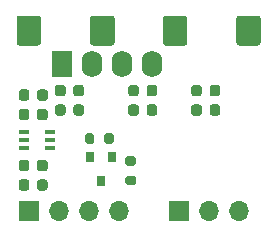
<source format=gbr>
%TF.GenerationSoftware,KiCad,Pcbnew,(5.1.10)-1*%
%TF.CreationDate,2022-01-17T16:40:02+07:00*%
%TF.ProjectId,DC5V_DC5V3V3,44433556-5f44-4433-9556-3356332e6b69,rev?*%
%TF.SameCoordinates,Original*%
%TF.FileFunction,Soldermask,Bot*%
%TF.FilePolarity,Negative*%
%FSLAX46Y46*%
G04 Gerber Fmt 4.6, Leading zero omitted, Abs format (unit mm)*
G04 Created by KiCad (PCBNEW (5.1.10)-1) date 2022-01-17 16:40:02*
%MOMM*%
%LPD*%
G01*
G04 APERTURE LIST*
%ADD10R,0.950000X0.450000*%
%ADD11O,1.700000X1.700000*%
%ADD12R,1.700000X1.700000*%
%ADD13R,0.800000X0.900000*%
%ADD14R,1.750000X2.250000*%
%ADD15O,1.750000X2.250000*%
G04 APERTURE END LIST*
D10*
%TO.C,D1*%
X92421000Y-93284000D03*
X92421000Y-92634000D03*
X92421000Y-91984000D03*
X90221000Y-91984000D03*
X90221000Y-92634000D03*
X90221000Y-93284000D03*
%TD*%
%TO.C,C12*%
G36*
G01*
X108171000Y-84388000D02*
X108171000Y-82338000D01*
G75*
G02*
X108421000Y-82088000I250000J0D01*
G01*
X109996000Y-82088000D01*
G75*
G02*
X110246000Y-82338000I0J-250000D01*
G01*
X110246000Y-84388000D01*
G75*
G02*
X109996000Y-84638000I-250000J0D01*
G01*
X108421000Y-84638000D01*
G75*
G02*
X108171000Y-84388000I0J250000D01*
G01*
G37*
G36*
G01*
X101946000Y-84388000D02*
X101946000Y-82338000D01*
G75*
G02*
X102196000Y-82088000I250000J0D01*
G01*
X103771000Y-82088000D01*
G75*
G02*
X104021000Y-82338000I0J-250000D01*
G01*
X104021000Y-84388000D01*
G75*
G02*
X103771000Y-84638000I-250000J0D01*
G01*
X102196000Y-84638000D01*
G75*
G02*
X101946000Y-84388000I0J250000D01*
G01*
G37*
%TD*%
D11*
%TO.C,J2*%
X108382000Y-98603000D03*
X105842000Y-98603000D03*
D12*
X103302000Y-98603000D03*
%TD*%
D11*
%TO.C,J1*%
X98222000Y-98603000D03*
X95682000Y-98603000D03*
X93142000Y-98603000D03*
D12*
X90602000Y-98603000D03*
%TD*%
%TO.C,C11*%
G36*
G01*
X95787500Y-84388000D02*
X95787500Y-82338000D01*
G75*
G02*
X96037500Y-82088000I250000J0D01*
G01*
X97612500Y-82088000D01*
G75*
G02*
X97862500Y-82338000I0J-250000D01*
G01*
X97862500Y-84388000D01*
G75*
G02*
X97612500Y-84638000I-250000J0D01*
G01*
X96037500Y-84638000D01*
G75*
G02*
X95787500Y-84388000I0J250000D01*
G01*
G37*
G36*
G01*
X89562500Y-84388000D02*
X89562500Y-82338000D01*
G75*
G02*
X89812500Y-82088000I250000J0D01*
G01*
X91387500Y-82088000D01*
G75*
G02*
X91637500Y-82338000I0J-250000D01*
G01*
X91637500Y-84388000D01*
G75*
G02*
X91387500Y-84638000I-250000J0D01*
G01*
X89812500Y-84638000D01*
G75*
G02*
X89562500Y-84388000I0J250000D01*
G01*
G37*
%TD*%
%TO.C,C13*%
G36*
G01*
X105250000Y-88193000D02*
X105250000Y-88693000D01*
G75*
G02*
X105025000Y-88918000I-225000J0D01*
G01*
X104575000Y-88918000D01*
G75*
G02*
X104350000Y-88693000I0J225000D01*
G01*
X104350000Y-88193000D01*
G75*
G02*
X104575000Y-87968000I225000J0D01*
G01*
X105025000Y-87968000D01*
G75*
G02*
X105250000Y-88193000I0J-225000D01*
G01*
G37*
G36*
G01*
X106800000Y-88193000D02*
X106800000Y-88693000D01*
G75*
G02*
X106575000Y-88918000I-225000J0D01*
G01*
X106125000Y-88918000D01*
G75*
G02*
X105900000Y-88693000I0J225000D01*
G01*
X105900000Y-88193000D01*
G75*
G02*
X106125000Y-87968000I225000J0D01*
G01*
X106575000Y-87968000D01*
G75*
G02*
X106800000Y-88193000I0J-225000D01*
G01*
G37*
%TD*%
%TO.C,C14*%
G36*
G01*
X105250000Y-89844000D02*
X105250000Y-90344000D01*
G75*
G02*
X105025000Y-90569000I-225000J0D01*
G01*
X104575000Y-90569000D01*
G75*
G02*
X104350000Y-90344000I0J225000D01*
G01*
X104350000Y-89844000D01*
G75*
G02*
X104575000Y-89619000I225000J0D01*
G01*
X105025000Y-89619000D01*
G75*
G02*
X105250000Y-89844000I0J-225000D01*
G01*
G37*
G36*
G01*
X106800000Y-89844000D02*
X106800000Y-90344000D01*
G75*
G02*
X106575000Y-90569000I-225000J0D01*
G01*
X106125000Y-90569000D01*
G75*
G02*
X105900000Y-90344000I0J225000D01*
G01*
X105900000Y-89844000D01*
G75*
G02*
X106125000Y-89619000I225000J0D01*
G01*
X106575000Y-89619000D01*
G75*
G02*
X106800000Y-89844000I0J-225000D01*
G01*
G37*
%TD*%
%TO.C,R2*%
G36*
G01*
X99513000Y-94813000D02*
X98963000Y-94813000D01*
G75*
G02*
X98763000Y-94613000I0J200000D01*
G01*
X98763000Y-94213000D01*
G75*
G02*
X98963000Y-94013000I200000J0D01*
G01*
X99513000Y-94013000D01*
G75*
G02*
X99713000Y-94213000I0J-200000D01*
G01*
X99713000Y-94613000D01*
G75*
G02*
X99513000Y-94813000I-200000J0D01*
G01*
G37*
G36*
G01*
X99513000Y-96463000D02*
X98963000Y-96463000D01*
G75*
G02*
X98763000Y-96263000I0J200000D01*
G01*
X98763000Y-95863000D01*
G75*
G02*
X98963000Y-95663000I200000J0D01*
G01*
X99513000Y-95663000D01*
G75*
G02*
X99713000Y-95863000I0J-200000D01*
G01*
X99713000Y-96263000D01*
G75*
G02*
X99513000Y-96463000I-200000J0D01*
G01*
G37*
%TD*%
%TO.C,R1*%
G36*
G01*
X96995500Y-92782000D02*
X96995500Y-92232000D01*
G75*
G02*
X97195500Y-92032000I200000J0D01*
G01*
X97595500Y-92032000D01*
G75*
G02*
X97795500Y-92232000I0J-200000D01*
G01*
X97795500Y-92782000D01*
G75*
G02*
X97595500Y-92982000I-200000J0D01*
G01*
X97195500Y-92982000D01*
G75*
G02*
X96995500Y-92782000I0J200000D01*
G01*
G37*
G36*
G01*
X95345500Y-92782000D02*
X95345500Y-92232000D01*
G75*
G02*
X95545500Y-92032000I200000J0D01*
G01*
X95945500Y-92032000D01*
G75*
G02*
X96145500Y-92232000I0J-200000D01*
G01*
X96145500Y-92782000D01*
G75*
G02*
X95945500Y-92982000I-200000J0D01*
G01*
X95545500Y-92982000D01*
G75*
G02*
X95345500Y-92782000I0J200000D01*
G01*
G37*
%TD*%
D13*
%TO.C,Q1*%
X96698000Y-96063000D03*
X97648000Y-94063000D03*
X95748000Y-94063000D03*
%TD*%
D14*
%TO.C,PS1*%
X93396000Y-86157000D03*
D15*
X95936000Y-86157000D03*
X98476000Y-86157000D03*
X101016000Y-86157000D03*
%TD*%
%TO.C,C10*%
G36*
G01*
X100566000Y-90344000D02*
X100566000Y-89844000D01*
G75*
G02*
X100791000Y-89619000I225000J0D01*
G01*
X101241000Y-89619000D01*
G75*
G02*
X101466000Y-89844000I0J-225000D01*
G01*
X101466000Y-90344000D01*
G75*
G02*
X101241000Y-90569000I-225000J0D01*
G01*
X100791000Y-90569000D01*
G75*
G02*
X100566000Y-90344000I0J225000D01*
G01*
G37*
G36*
G01*
X99016000Y-90344000D02*
X99016000Y-89844000D01*
G75*
G02*
X99241000Y-89619000I225000J0D01*
G01*
X99691000Y-89619000D01*
G75*
G02*
X99916000Y-89844000I0J-225000D01*
G01*
X99916000Y-90344000D01*
G75*
G02*
X99691000Y-90569000I-225000J0D01*
G01*
X99241000Y-90569000D01*
G75*
G02*
X99016000Y-90344000I0J225000D01*
G01*
G37*
%TD*%
%TO.C,C9*%
G36*
G01*
X100566000Y-88693000D02*
X100566000Y-88193000D01*
G75*
G02*
X100791000Y-87968000I225000J0D01*
G01*
X101241000Y-87968000D01*
G75*
G02*
X101466000Y-88193000I0J-225000D01*
G01*
X101466000Y-88693000D01*
G75*
G02*
X101241000Y-88918000I-225000J0D01*
G01*
X100791000Y-88918000D01*
G75*
G02*
X100566000Y-88693000I0J225000D01*
G01*
G37*
G36*
G01*
X99016000Y-88693000D02*
X99016000Y-88193000D01*
G75*
G02*
X99241000Y-87968000I225000J0D01*
G01*
X99691000Y-87968000D01*
G75*
G02*
X99916000Y-88193000I0J-225000D01*
G01*
X99916000Y-88693000D01*
G75*
G02*
X99691000Y-88918000I-225000J0D01*
G01*
X99241000Y-88918000D01*
G75*
G02*
X99016000Y-88693000I0J225000D01*
G01*
G37*
%TD*%
%TO.C,C6*%
G36*
G01*
X90658000Y-88574000D02*
X90658000Y-89074000D01*
G75*
G02*
X90433000Y-89299000I-225000J0D01*
G01*
X89983000Y-89299000D01*
G75*
G02*
X89758000Y-89074000I0J225000D01*
G01*
X89758000Y-88574000D01*
G75*
G02*
X89983000Y-88349000I225000J0D01*
G01*
X90433000Y-88349000D01*
G75*
G02*
X90658000Y-88574000I0J-225000D01*
G01*
G37*
G36*
G01*
X92208000Y-88574000D02*
X92208000Y-89074000D01*
G75*
G02*
X91983000Y-89299000I-225000J0D01*
G01*
X91533000Y-89299000D01*
G75*
G02*
X91308000Y-89074000I0J225000D01*
G01*
X91308000Y-88574000D01*
G75*
G02*
X91533000Y-88349000I225000J0D01*
G01*
X91983000Y-88349000D01*
G75*
G02*
X92208000Y-88574000I0J-225000D01*
G01*
G37*
%TD*%
%TO.C,C5*%
G36*
G01*
X90645000Y-90225000D02*
X90645000Y-90725000D01*
G75*
G02*
X90420000Y-90950000I-225000J0D01*
G01*
X89970000Y-90950000D01*
G75*
G02*
X89745000Y-90725000I0J225000D01*
G01*
X89745000Y-90225000D01*
G75*
G02*
X89970000Y-90000000I225000J0D01*
G01*
X90420000Y-90000000D01*
G75*
G02*
X90645000Y-90225000I0J-225000D01*
G01*
G37*
G36*
G01*
X92195000Y-90225000D02*
X92195000Y-90725000D01*
G75*
G02*
X91970000Y-90950000I-225000J0D01*
G01*
X91520000Y-90950000D01*
G75*
G02*
X91295000Y-90725000I0J225000D01*
G01*
X91295000Y-90225000D01*
G75*
G02*
X91520000Y-90000000I225000J0D01*
G01*
X91970000Y-90000000D01*
G75*
G02*
X92195000Y-90225000I0J-225000D01*
G01*
G37*
%TD*%
%TO.C,C4*%
G36*
G01*
X94369000Y-88693000D02*
X94369000Y-88193000D01*
G75*
G02*
X94594000Y-87968000I225000J0D01*
G01*
X95044000Y-87968000D01*
G75*
G02*
X95269000Y-88193000I0J-225000D01*
G01*
X95269000Y-88693000D01*
G75*
G02*
X95044000Y-88918000I-225000J0D01*
G01*
X94594000Y-88918000D01*
G75*
G02*
X94369000Y-88693000I0J225000D01*
G01*
G37*
G36*
G01*
X92819000Y-88693000D02*
X92819000Y-88193000D01*
G75*
G02*
X93044000Y-87968000I225000J0D01*
G01*
X93494000Y-87968000D01*
G75*
G02*
X93719000Y-88193000I0J-225000D01*
G01*
X93719000Y-88693000D01*
G75*
G02*
X93494000Y-88918000I-225000J0D01*
G01*
X93044000Y-88918000D01*
G75*
G02*
X92819000Y-88693000I0J225000D01*
G01*
G37*
%TD*%
%TO.C,C3*%
G36*
G01*
X90645000Y-94543000D02*
X90645000Y-95043000D01*
G75*
G02*
X90420000Y-95268000I-225000J0D01*
G01*
X89970000Y-95268000D01*
G75*
G02*
X89745000Y-95043000I0J225000D01*
G01*
X89745000Y-94543000D01*
G75*
G02*
X89970000Y-94318000I225000J0D01*
G01*
X90420000Y-94318000D01*
G75*
G02*
X90645000Y-94543000I0J-225000D01*
G01*
G37*
G36*
G01*
X92195000Y-94543000D02*
X92195000Y-95043000D01*
G75*
G02*
X91970000Y-95268000I-225000J0D01*
G01*
X91520000Y-95268000D01*
G75*
G02*
X91295000Y-95043000I0J225000D01*
G01*
X91295000Y-94543000D01*
G75*
G02*
X91520000Y-94318000I225000J0D01*
G01*
X91970000Y-94318000D01*
G75*
G02*
X92195000Y-94543000I0J-225000D01*
G01*
G37*
%TD*%
%TO.C,C2*%
G36*
G01*
X94369000Y-90344000D02*
X94369000Y-89844000D01*
G75*
G02*
X94594000Y-89619000I225000J0D01*
G01*
X95044000Y-89619000D01*
G75*
G02*
X95269000Y-89844000I0J-225000D01*
G01*
X95269000Y-90344000D01*
G75*
G02*
X95044000Y-90569000I-225000J0D01*
G01*
X94594000Y-90569000D01*
G75*
G02*
X94369000Y-90344000I0J225000D01*
G01*
G37*
G36*
G01*
X92819000Y-90344000D02*
X92819000Y-89844000D01*
G75*
G02*
X93044000Y-89619000I225000J0D01*
G01*
X93494000Y-89619000D01*
G75*
G02*
X93719000Y-89844000I0J-225000D01*
G01*
X93719000Y-90344000D01*
G75*
G02*
X93494000Y-90569000I-225000J0D01*
G01*
X93044000Y-90569000D01*
G75*
G02*
X92819000Y-90344000I0J225000D01*
G01*
G37*
%TD*%
%TO.C,C1*%
G36*
G01*
X90645000Y-96194000D02*
X90645000Y-96694000D01*
G75*
G02*
X90420000Y-96919000I-225000J0D01*
G01*
X89970000Y-96919000D01*
G75*
G02*
X89745000Y-96694000I0J225000D01*
G01*
X89745000Y-96194000D01*
G75*
G02*
X89970000Y-95969000I225000J0D01*
G01*
X90420000Y-95969000D01*
G75*
G02*
X90645000Y-96194000I0J-225000D01*
G01*
G37*
G36*
G01*
X92195000Y-96194000D02*
X92195000Y-96694000D01*
G75*
G02*
X91970000Y-96919000I-225000J0D01*
G01*
X91520000Y-96919000D01*
G75*
G02*
X91295000Y-96694000I0J225000D01*
G01*
X91295000Y-96194000D01*
G75*
G02*
X91520000Y-95969000I225000J0D01*
G01*
X91970000Y-95969000D01*
G75*
G02*
X92195000Y-96194000I0J-225000D01*
G01*
G37*
%TD*%
M02*

</source>
